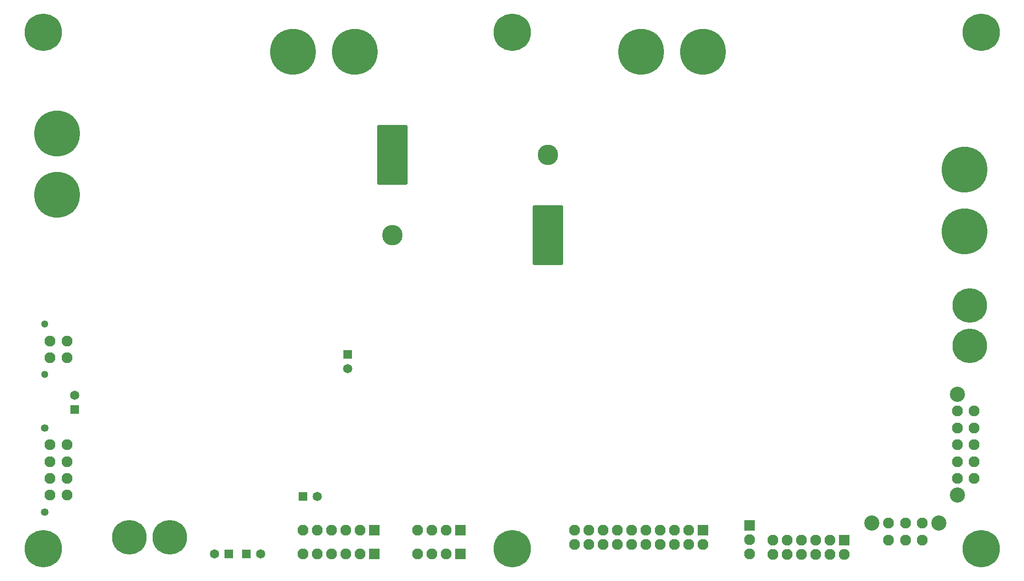
<source format=gbs>
G04*
G04 #@! TF.GenerationSoftware,Altium Limited,Altium Designer,24.10.1 (45)*
G04*
G04 Layer_Color=16711935*
%FSLAX25Y25*%
%MOIN*%
G70*
G04*
G04 #@! TF.SameCoordinates,8297811D-FD7C-4D97-94B9-FAC798D6AB2D*
G04*
G04*
G04 #@! TF.FilePolarity,Negative*
G04*
G01*
G75*
%ADD108C,0.07677*%
%ADD109R,0.07677X0.07677*%
%ADD110R,0.06496X0.06496*%
%ADD111C,0.06496*%
%ADD112R,0.06496X0.06496*%
%ADD113C,0.32087*%
%ADD114C,0.24213*%
%ADD115C,0.05315*%
%ADD116C,0.05118*%
G04:AMPARAMS|DCode=117|XSize=419.29mil|YSize=210.63mil|CornerRadius=8.07mil|HoleSize=0mil|Usage=FLASHONLY|Rotation=270.000|XOffset=0mil|YOffset=0mil|HoleType=Round|Shape=RoundedRectangle|*
%AMROUNDEDRECTD117*
21,1,0.41929,0.19449,0,0,270.0*
21,1,0.40315,0.21063,0,0,270.0*
1,1,0.01614,-0.09724,-0.20157*
1,1,0.01614,-0.09724,0.20157*
1,1,0.01614,0.09724,0.20157*
1,1,0.01614,0.09724,-0.20157*
%
%ADD117ROUNDEDRECTD117*%
%ADD118C,0.14370*%
%ADD119C,0.10630*%
%ADD120R,0.07677X0.07677*%
%ADD121C,0.26181*%
D108*
X510827Y11811D02*
D03*
Y21811D02*
D03*
X32480Y64961D02*
D03*
X20669Y76772D02*
D03*
Y64961D02*
D03*
Y53150D02*
D03*
X32480Y88583D02*
D03*
Y76772D02*
D03*
Y53150D02*
D03*
X20669Y88583D02*
D03*
X32480Y161417D02*
D03*
X20669D02*
D03*
X32480Y149606D02*
D03*
X20669D02*
D03*
X656496Y112205D02*
D03*
Y100394D02*
D03*
Y88583D02*
D03*
Y76772D02*
D03*
Y64961D02*
D03*
X668307Y112205D02*
D03*
Y100394D02*
D03*
Y88583D02*
D03*
Y76772D02*
D03*
Y64961D02*
D03*
X631890Y33465D02*
D03*
X620079D02*
D03*
X608268D02*
D03*
X631890Y21654D02*
D03*
X620079D02*
D03*
X608268D02*
D03*
X288307Y11811D02*
D03*
X298307D02*
D03*
X278307D02*
D03*
X288307Y28543D02*
D03*
X298307D02*
D03*
X278307D02*
D03*
X527165Y21732D02*
D03*
X537165D02*
D03*
X547165D02*
D03*
X567165D02*
D03*
X557165D02*
D03*
X577165Y11732D02*
D03*
X567165D02*
D03*
X557165D02*
D03*
X547165D02*
D03*
X537165D02*
D03*
X527165D02*
D03*
X198031Y28543D02*
D03*
X208032D02*
D03*
X218032D02*
D03*
X238032D02*
D03*
X228031D02*
D03*
X198031Y11811D02*
D03*
X208032D02*
D03*
X218032D02*
D03*
X238032D02*
D03*
X228031D02*
D03*
X388071Y18622D02*
D03*
Y28622D02*
D03*
X398071Y18622D02*
D03*
Y28622D02*
D03*
X408071Y18622D02*
D03*
Y28622D02*
D03*
X418071Y18622D02*
D03*
Y28622D02*
D03*
X428071Y18622D02*
D03*
Y28622D02*
D03*
X438071Y18622D02*
D03*
Y28622D02*
D03*
X448071Y18622D02*
D03*
Y28622D02*
D03*
X458071Y18622D02*
D03*
Y28622D02*
D03*
X468071Y18622D02*
D03*
Y28622D02*
D03*
X478071Y18622D02*
D03*
D109*
X510827Y31811D02*
D03*
D110*
X198031Y52165D02*
D03*
X158150Y11811D02*
D03*
X145984D02*
D03*
D111*
X208032Y52165D02*
D03*
X229331Y141969D02*
D03*
X168150Y11811D02*
D03*
X135984D02*
D03*
X37736Y123189D02*
D03*
D112*
X229331Y151969D02*
D03*
X37736Y113189D02*
D03*
D113*
X234252Y364173D02*
D03*
X190945D02*
D03*
X25591Y263779D02*
D03*
Y307087D02*
D03*
X478346Y364134D02*
D03*
X435039D02*
D03*
X661417Y238189D02*
D03*
Y281496D02*
D03*
D114*
X665354Y186417D02*
D03*
Y158071D02*
D03*
X104724Y23622D02*
D03*
X76378D02*
D03*
D115*
X16929Y41339D02*
D03*
Y100394D02*
D03*
D116*
X16969Y173228D02*
D03*
Y137795D02*
D03*
D117*
X369488Y235630D02*
D03*
X260433Y291929D02*
D03*
D118*
X369488D02*
D03*
X260433Y235630D02*
D03*
D119*
X656496Y124016D02*
D03*
Y53150D02*
D03*
X643701Y33465D02*
D03*
X596457D02*
D03*
D120*
X308307Y11811D02*
D03*
Y28543D02*
D03*
X577165Y21732D02*
D03*
X248031Y28543D02*
D03*
Y11811D02*
D03*
X478071Y28622D02*
D03*
D121*
X344488Y377953D02*
D03*
Y15748D02*
D03*
X673228D02*
D03*
X15748D02*
D03*
X673228Y377953D02*
D03*
X15748Y377953D02*
D03*
M02*

</source>
